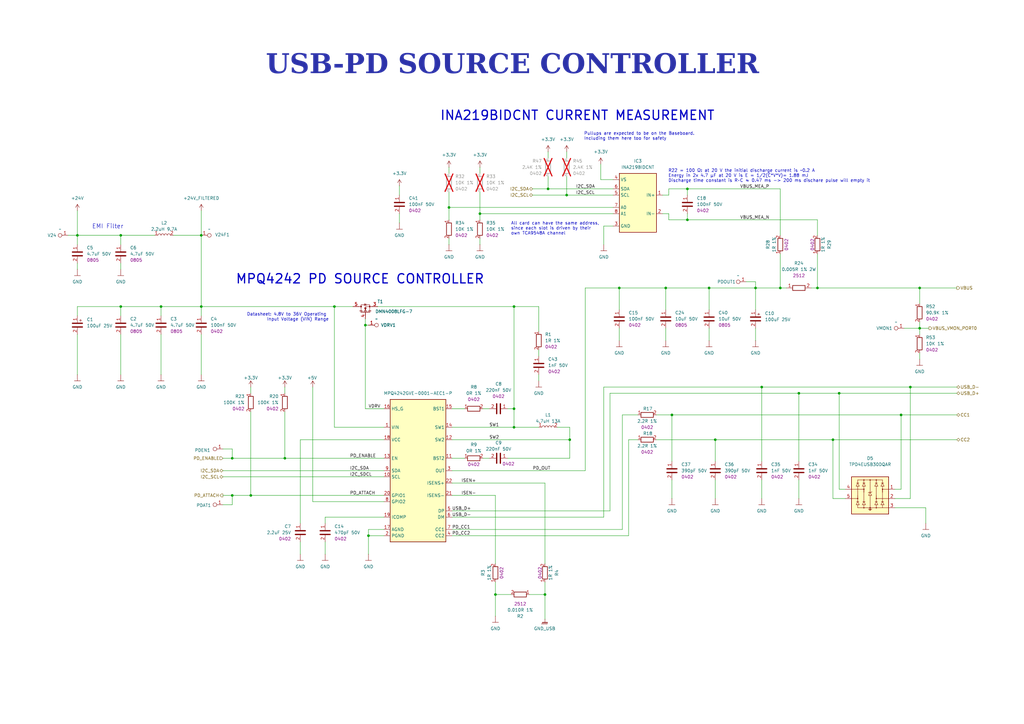
<source format=kicad_sch>
(kicad_sch (version 20250114) (generator "eeschema") (generator_version "9.0")
  (paper "A3")
  (title_block (title "Sheet Title B") (date "2025-01-12") (rev "1.0.0") (company "DvidMakesThings"))
  (text "All card can have the same address,\nsince each slot is driven by their\nown TCA9548A channel" (at 209.55 93.726 0) (effects (font (size 1.27 1.27)) (justify left)))
  (text "R22 = 100 Ω: at 20 V the initial discharge current is ~0.2 A\nEnergy in 2x 4.7 µF at 20 V is E = 1/2(C*V*V)= 1.88 mJ\nDischarge time constant is R·C ≈ 0.47 ms -> 200 ms dischare pulse will empty it" (at 274.066 72.136 0) (effects (font (size 1.27 1.27)) (justify left)))
  (text "EMI Filter" (at 44.196 92.964 0) (effects (font (size 1.778 1.778))))
  (text "Datasheet: 4.8V to 36V Operating \nInput Voltage (VIN) Range" (at 134.874 130.048 0) (effects (font (size 1.27 1.27)) (justify right)))
  (text "MPQ4242 PD SOURCE CONTROLLER" (at 96.52 114.554 0) (effects (font (size 3.81 3.81) (thickness 0.508) (bold yes)) (justify left)))
  (text "INA219BIDCNT CURRENT MEASUREMENT" (at 180.34 47.498 0) (effects (font (size 3.81 3.81) (thickness 0.508) (bold yes)) (justify left)))
  (text "Pullups are expected to be on the Baseboard. \nIncluding them here too for safety" (at 239.522 55.88 0) (effects (font (size 1.27 1.27)) (justify left)))
  (text_box "USB-PD SOURCE CONTROLLER" (at 13.97 20.32 0) (size 392.43 12.7) (margins 5.9999 5.9999 5.9999 5.9999) (stroke (width -0.0001)) (effects (font (size 8 8) (thickness 1.2) (bold yes))))
  (junction (at 82.55 96.52))
  (junction (at 31.75 96.52))
  (junction (at 369.57 170.18))
  (junction (at 327.66 161.29))
  (junction (at 320.04 118.11))
  (junction (at 232.41 80.01))
  (junction (at 377.19 134.62))
  (junction (at 377.19 118.11))
  (junction (at 309.88 118.11))
  (junction (at 233.68 180.34))
  (junction (at 116.84 187.96))
  (junction (at 102.87 203.2))
  (junction (at 210.82 125.73))
  (junction (at 203.2 243.84))
  (junction (at 66.04 125.73))
  (junction (at 341.63 180.34))
  (junction (at 137.16 125.73))
  (junction (at 149.86 133.35))
  (junction (at 275.59 170.18))
  (junction (at 95.25 203.2))
  (junction (at 49.53 125.73))
  (junction (at 254 118.11))
  (junction (at 335.28 118.11))
  (junction (at 293.37 180.34))
  (junction (at 223.52 243.84))
  (junction (at 281.94 77.47))
  (junction (at 49.53 96.52))
  (junction (at 184.15 85.09))
  (junction (at 196.85 87.63))
  (junction (at 281.94 90.17))
  (junction (at 82.55 125.73))
  (junction (at 224.79 77.47))
  (junction (at 373.38 158.75))
  (junction (at 290.83 118.11))
  (junction (at 151.13 219.71))
  (junction (at 210.82 167.64))
  (junction (at 312.42 158.75))
  (junction (at 273.05 118.11))
  (junction (at 95.25 187.96))
  (junction (at 344.17 161.29))
  (junction (at 210.82 175.26))
  (wire (pts (xy 293.37 204.47) (xy 293.37 196.85)))
  (wire (pts (xy 269.24 180.34) (xy 293.37 180.34)))
  (wire (pts (xy 281.94 90.17) (xy 335.28 90.17)))
  (wire (pts (xy 31.75 86.36) (xy 31.75 96.52)))
  (wire (pts (xy 196.85 97.79) (xy 196.85 100.33)))
  (wire (pts (xy 49.53 110.49) (xy 49.53 107.95)))
  (wire (pts (xy 196.85 68.58) (xy 196.85 71.12)))
  (wire (pts (xy 255.27 170.18) (xy 261.62 170.18)))
  (wire (pts (xy 151.13 217.17) (xy 151.13 219.71)))
  (wire (pts (xy 257.81 219.71) (xy 257.81 180.34)))
  (wire (pts (xy 184.15 78.74) (xy 184.15 85.09)))
  (wire (pts (xy 95.25 184.15) (xy 95.25 187.96)))
  (wire (pts (xy 257.81 180.34) (xy 261.62 180.34)))
  (wire (pts (xy 320.04 104.14) (xy 320.04 118.11)))
  (wire (pts (xy 82.55 153.67) (xy 82.55 137.16)))
  (wire (pts (xy 341.63 180.34) (xy 392.43 180.34)))
  (wire (pts (xy 367.03 200.66) (xy 369.57 200.66)))
  (wire (pts (xy 327.66 204.47) (xy 327.66 196.85)))
  (wire (pts (xy 185.42 175.26) (xy 210.82 175.26)))
  (wire (pts (xy 185.42 193.04) (xy 240.03 193.04)))
  (wire (pts (xy 367.03 208.28) (xy 379.73 208.28)))
  (wire (pts (xy 185.42 203.2) (xy 203.2 203.2)))
  (wire (pts (xy 210.82 167.64) (xy 210.82 175.26)))
  (wire (pts (xy 217.17 243.84) (xy 223.52 243.84)))
  (wire (pts (xy 344.17 161.29) (xy 392.43 161.29)))
  (wire (pts (xy 306.07 115.57) (xy 309.88 115.57)))
  (wire (pts (xy 185.42 209.55) (xy 250.19 209.55)))
  (wire (pts (xy 232.41 80.01) (xy 251.46 80.01)))
  (wire (pts (xy 281.94 77.47) (xy 320.04 77.47)))
  (wire (pts (xy 269.24 170.18) (xy 275.59 170.18)))
  (wire (pts (xy 82.55 96.52) (xy 82.55 125.73)))
  (wire (pts (xy 377.19 144.78) (xy 377.19 147.32)))
  (wire (pts (xy 275.59 170.18) (xy 369.57 170.18)))
  (wire (pts (xy 377.19 132.08) (xy 377.19 134.62)))
  (wire (pts (xy 247.65 92.71) (xy 247.65 100.33)))
  (wire (pts (xy 31.75 125.73) (xy 31.75 129.54)))
  (wire (pts (xy 49.53 125.73) (xy 31.75 125.73)))
  (wire (pts (xy 95.25 203.2) (xy 102.87 203.2)))
  (wire (pts (xy 210.82 125.73) (xy 210.82 167.64)))
  (wire (pts (xy 335.28 90.17) (xy 335.28 96.52)))
  (wire (pts (xy 66.04 125.73) (xy 49.53 125.73)))
  (wire (pts (xy 232.41 62.23) (xy 232.41 64.77)))
  (wire (pts (xy 369.57 170.18) (xy 369.57 200.66)))
  (wire (pts (xy 367.03 204.47) (xy 373.38 204.47)))
  (wire (pts (xy 31.75 110.49) (xy 31.75 107.95)))
  (wire (pts (xy 31.75 96.52) (xy 31.75 100.33)))
  (wire (pts (xy 271.78 80.01) (xy 274.32 80.01)))
  (wire (pts (xy 290.83 139.7) (xy 290.83 134.62)))
  (wire (pts (xy 327.66 161.29) (xy 344.17 161.29)))
  (wire (pts (xy 91.44 193.04) (xy 157.48 193.04)))
  (wire (pts (xy 184.15 85.09) (xy 251.46 85.09)))
  (wire (pts (xy 223.52 198.12) (xy 223.52 231.14)))
  (wire (pts (xy 373.38 158.75) (xy 392.43 158.75)))
  (wire (pts (xy 233.68 187.96) (xy 233.68 180.34)))
  (wire (pts (xy 377.19 118.11) (xy 377.19 124.46)))
  (wire (pts (xy 91.44 195.58) (xy 157.48 195.58)))
  (wire (pts (xy 49.53 125.73) (xy 49.53 129.54)))
  (wire (pts (xy 128.27 158.75) (xy 128.27 205.74)))
  (wire (pts (xy 102.87 158.75) (xy 102.87 161.29)))
  (wire (pts (xy 133.35 227.33) (xy 133.35 222.25)))
  (wire (pts (xy 341.63 180.34) (xy 341.63 204.47)))
  (wire (pts (xy 290.83 118.11) (xy 309.88 118.11)))
  (wire (pts (xy 273.05 118.11) (xy 273.05 127)))
  (wire (pts (xy 320.04 118.11) (xy 322.58 118.11)))
  (wire (pts (xy 275.59 204.47) (xy 275.59 196.85)))
  (wire (pts (xy 185.42 167.64) (xy 190.5 167.64)))
  (wire (pts (xy 218.44 80.01) (xy 232.41 80.01)))
  (wire (pts (xy 149.86 167.64) (xy 157.48 167.64)))
  (wire (pts (xy 149.86 133.35) (xy 149.86 167.64)))
  (wire (pts (xy 185.42 180.34) (xy 233.68 180.34)))
  (wire (pts (xy 128.27 205.74) (xy 157.48 205.74)))
  (wire (pts (xy 224.79 77.47) (xy 251.46 77.47)))
  (wire (pts (xy 185.42 198.12) (xy 223.52 198.12)))
  (wire (pts (xy 250.19 209.55) (xy 250.19 161.29)))
  (wire (pts (xy 157.48 175.26) (xy 137.16 175.26)))
  (wire (pts (xy 49.53 153.67) (xy 49.53 137.16)))
  (wire (pts (xy 271.78 87.63) (xy 274.32 87.63)))
  (wire (pts (xy 82.55 125.73) (xy 137.16 125.73)))
  (wire (pts (xy 163.83 76.2) (xy 163.83 80.01)))
  (wire (pts (xy 309.88 139.7) (xy 309.88 134.62)))
  (wire (pts (xy 157.48 180.34) (xy 123.19 180.34)))
  (wire (pts (xy 123.19 227.33) (xy 123.19 222.25)))
  (wire (pts (xy 247.65 212.09) (xy 247.65 158.75)))
  (wire (pts (xy 255.27 217.17) (xy 255.27 170.18)))
  (wire (pts (xy 49.53 96.52) (xy 63.5 96.52)))
  (wire (pts (xy 123.19 180.34) (xy 123.19 214.63)))
  (wire (pts (xy 91.44 184.15) (xy 95.25 184.15)))
  (wire (pts (xy 320.04 77.47) (xy 320.04 96.52)))
  (wire (pts (xy 312.42 158.75) (xy 373.38 158.75)))
  (wire (pts (xy 377.19 134.62) (xy 377.19 137.16)))
  (wire (pts (xy 335.28 104.14) (xy 335.28 118.11)))
  (wire (pts (xy 190.5 187.96) (xy 185.42 187.96)))
  (wire (pts (xy 293.37 180.34) (xy 341.63 180.34)))
  (wire (pts (xy 95.25 207.01) (xy 95.25 203.2)))
  (wire (pts (xy 151.13 217.17) (xy 157.48 217.17)))
  (wire (pts (xy 281.94 77.47) (xy 281.94 80.01)))
  (wire (pts (xy 49.53 96.52) (xy 31.75 96.52)))
  (wire (pts (xy 66.04 125.73) (xy 66.04 129.54)))
  (wire (pts (xy 377.19 134.62) (xy 370.84 134.62)))
  (wire (pts (xy 218.44 77.47) (xy 224.79 77.47)))
  (wire (pts (xy 208.28 187.96) (xy 233.68 187.96)))
  (wire (pts (xy 290.83 118.11) (xy 290.83 127)))
  (wire (pts (xy 251.46 73.66) (xy 246.38 73.66)))
  (wire (pts (xy 66.04 153.67) (xy 66.04 137.16)))
  (wire (pts (xy 82.55 125.73) (xy 66.04 125.73)))
  (wire (pts (xy 137.16 125.73) (xy 144.78 125.73)))
  (wire (pts (xy 224.79 62.23) (xy 224.79 64.77)))
  (wire (pts (xy 157.48 212.09) (xy 133.35 212.09)))
  (wire (pts (xy 185.42 212.09) (xy 247.65 212.09)))
  (wire (pts (xy 198.12 167.64) (xy 200.66 167.64)))
  (wire (pts (xy 246.38 67.31) (xy 246.38 73.66)))
  (wire (pts (xy 369.57 170.18) (xy 392.43 170.18)))
  (wire (pts (xy 377.19 118.11) (xy 392.43 118.11)))
  (wire (pts (xy 251.46 92.71) (xy 247.65 92.71)))
  (wire (pts (xy 274.32 90.17) (xy 281.94 90.17)))
  (wire (pts (xy 151.13 219.71) (xy 157.48 219.71)))
  (wire (pts (xy 344.17 200.66) (xy 346.71 200.66)))
  (wire (pts (xy 209.55 243.84) (xy 203.2 243.84)))
  (wire (pts (xy 185.42 217.17) (xy 255.27 217.17)))
  (wire (pts (xy 275.59 170.18) (xy 275.59 189.23)))
  (wire (pts (xy 196.85 87.63) (xy 196.85 90.17)))
  (wire (pts (xy 82.55 125.73) (xy 82.55 129.54)))
  (wire (pts (xy 254 118.11) (xy 254 127)))
  (wire (pts (xy 203.2 243.84) (xy 203.2 252.73)))
  (wire (pts (xy 293.37 180.34) (xy 293.37 189.23)))
  (wire (pts (xy 377.19 134.62) (xy 381 134.62)))
  (wire (pts (xy 116.84 168.91) (xy 116.84 187.96)))
  (wire (pts (xy 203.2 238.76) (xy 203.2 243.84)))
  (wire (pts (xy 247.65 158.75) (xy 312.42 158.75)))
  (wire (pts (xy 335.28 118.11) (xy 377.19 118.11)))
  (wire (pts (xy 102.87 168.91) (xy 102.87 203.2)))
  (wire (pts (xy 31.75 153.67) (xy 31.75 137.16)))
  (wire (pts (xy 309.88 118.11) (xy 320.04 118.11)))
  (wire (pts (xy 254 139.7) (xy 254 134.62)))
  (wire (pts (xy 224.79 72.39) (xy 224.79 77.47)))
  (wire (pts (xy 240.03 118.11) (xy 240.03 193.04)))
  (wire (pts (xy 184.15 85.09) (xy 184.15 90.17)))
  (wire (pts (xy 116.84 158.75) (xy 116.84 161.29)))
  (wire (pts (xy 49.53 100.33) (xy 49.53 96.52)))
  (wire (pts (xy 240.03 118.11) (xy 254 118.11)))
  (wire (pts (xy 184.15 68.58) (xy 184.15 71.12)))
  (wire (pts (xy 274.32 80.01) (xy 274.32 77.47)))
  (wire (pts (xy 91.44 207.01) (xy 95.25 207.01)))
  (wire (pts (xy 309.88 118.11) (xy 309.88 127)))
  (wire (pts (xy 196.85 87.63) (xy 251.46 87.63)))
  (wire (pts (xy 27.94 96.52) (xy 31.75 96.52)))
  (wire (pts (xy 203.2 203.2) (xy 203.2 231.14)))
  (wire (pts (xy 327.66 161.29) (xy 327.66 189.23)))
  (wire (pts (xy 309.88 115.57) (xy 309.88 118.11)))
  (wire (pts (xy 163.83 91.44) (xy 163.83 87.63)))
  (wire (pts (xy 220.98 135.89) (xy 220.98 125.73)))
  (wire (pts (xy 273.05 139.7) (xy 273.05 134.62)))
  (wire (pts (xy 373.38 158.75) (xy 373.38 204.47)))
  (wire (pts (xy 341.63 204.47) (xy 346.71 204.47)))
  (wire (pts (xy 281.94 87.63) (xy 281.94 90.17)))
  (wire (pts (xy 273.05 118.11) (xy 290.83 118.11)))
  (wire (pts (xy 82.55 86.36) (xy 82.55 96.52)))
  (wire (pts (xy 274.32 87.63) (xy 274.32 90.17)))
  (wire (pts (xy 151.13 133.35) (xy 149.86 133.35)))
  (wire (pts (xy 254 118.11) (xy 273.05 118.11)))
  (wire (pts (xy 335.28 118.11) (xy 332.74 118.11)))
  (wire (pts (xy 116.84 187.96) (xy 157.48 187.96)))
  (wire (pts (xy 223.52 243.84) (xy 223.52 254)))
  (wire (pts (xy 274.32 77.47) (xy 281.94 77.47)))
  (wire (pts (xy 184.15 97.79) (xy 184.15 100.33)))
  (wire (pts (xy 379.73 208.28) (xy 379.73 214.63)))
  (wire (pts (xy 312.42 189.23) (xy 312.42 158.75)))
  (wire (pts (xy 200.66 187.96) (xy 198.12 187.96)))
  (wire (pts (xy 208.28 167.64) (xy 210.82 167.64)))
  (wire (pts (xy 91.44 187.96) (xy 95.25 187.96)))
  (wire (pts (xy 151.13 219.71) (xy 151.13 227.33)))
  (wire (pts (xy 220.98 125.73) (xy 210.82 125.73)))
  (wire (pts (xy 210.82 175.26) (xy 220.98 175.26)))
  (wire (pts (xy 250.19 161.29) (xy 327.66 161.29)))
  (wire (pts (xy 220.98 143.51) (xy 220.98 146.05)))
  (wire (pts (xy 232.41 72.39) (xy 232.41 80.01)))
  (wire (pts (xy 133.35 212.09) (xy 133.35 214.63)))
  (wire (pts (xy 71.12 96.52) (xy 82.55 96.52)))
  (wire (pts (xy 137.16 175.26) (xy 137.16 125.73)))
  (wire (pts (xy 220.98 156.21) (xy 220.98 153.67)))
  (wire (pts (xy 344.17 161.29) (xy 344.17 200.66)))
  (wire (pts (xy 196.85 78.74) (xy 196.85 87.63)))
  (wire (pts (xy 91.44 203.2) (xy 95.25 203.2)))
  (wire (pts (xy 233.68 180.34) (xy 233.68 175.26)))
  (wire (pts (xy 149.86 130.81) (xy 149.86 133.35)))
  (wire (pts (xy 154.94 125.73) (xy 210.82 125.73)))
  (wire (pts (xy 312.42 204.47) (xy 312.42 196.85)))
  (wire (pts (xy 95.25 187.96) (xy 116.84 187.96)))
  (wire (pts (xy 233.68 175.26) (xy 228.6 175.26)))
  (wire (pts (xy 102.87 203.2) (xy 157.48 203.2)))
  (wire (pts (xy 185.42 219.71) (xy 257.81 219.71)))
  (wire (pts (xy 223.52 238.76) (xy 223.52 243.84)))
  (label "USB_D+" (at 185.42 209.55 0))
  (label "USB_D-" (at 185.42 212.09 0))
  (label "PD_OUT" (at 218.44 193.04 0))
  (label "I2C_SDA" (at 143.51 193.04 0))
  (label "I2C_SCL" (at 236.22 80.01 0))
  (label "I2C_SDA" (at 236.22 77.47 0))
  (label "VDRV" (at 151.13 167.64 0))
  (label "VBUS_MEA_P" (at 303.53 77.47 0))
  (label "SW1" (at 200.66 175.26 0))
  (label "PD_CC2" (at 185.42 219.71 0))
  (label "I2C_SDCL" (at 143.51 195.58 0))
  (label "VBUS_MEA_N" (at 303.53 90.17 0))
  (label "ISEN+" (at 189.23 198.12 0))
  (label "PD_ATTACH" (at 143.51 203.2 0))
  (label "PD_CC1" (at 185.42 217.17 0))
  (label "PD_ENABLE" (at 143.51 187.96 0))
  (label "SW2" (at 200.66 180.34 0))
  (label "ISEN-" (at 189.23 203.2 0))
  (hierarchical_label "USB_D+" (shape bidirectional) (at 392.43 161.29 0))
  (hierarchical_label "I2C_SDA" (shape bidirectional) (at 218.44 77.47 180))
  (hierarchical_label "CC2" (shape bidirectional) (at 392.43 180.34 0))
  (hierarchical_label "PD_ENABLE" (shape input) (at 91.44 187.96 180))
  (hierarchical_label "USB_D-" (shape bidirectional) (at 392.43 158.75 0))
  (hierarchical_label "VBUS_VMON_PORT0" (shape output) (at 381 134.62 0))
  (hierarchical_label "I2C_SCL" (shape bidirectional) (at 218.44 80.01 180))
  (hierarchical_label "CC1" (shape bidirectional) (at 392.43 170.18 0))
  (hierarchical_label "I2C_SDA" (shape bidirectional) (at 91.44 193.04 180))
  (hierarchical_label "I2C_SCL" (shape bidirectional) (at 91.44 195.58 180))
  (hierarchical_label "VBUS" (shape output) (at 392.43 118.11 0))
  (hierarchical_label "PD_ATTACH" (shape output) (at 91.44 203.2 180))
  (symbol (lib_id "DS_Supply:GND") (at 312.42 204.47 0) (unit 1)
    (property "Reference" "#PWR033" (effects (hide yes)))
    (property "Value" "GND" (at 312.42 209.55 0))
    (property "Description" "Power symbol creates a global label with name \"GND\" , ground" (effects (hide yes)))
  )
  (symbol (lib_id "DS_Supply:GND") (at 133.35 227.33 0) (unit 1)
    (property "Reference" "#PWR01" (effects (hide yes)))
    (property "Value" "GND" (at 133.35 232.41 0))
    (property "Description" "Power symbol creates a global label with name \"GND\" , ground" (effects (hide yes)))
  )
  (symbol (lib_id "DS_Test:Test_Point") (at 90.17 207.01 90) (unit 1)
    (property "Reference" "PDAT1" (at 83.566 207.264 90))
    (property "Footprint" "DS_Test:TestPoint_0.6mm" (effects (hide yes)))
  )
  (symbol (lib_id "power:+3.3V") (at 184.15 68.58 0) (unit 1)
    (property "Reference" "#PWR45" (effects (hide yes)))
    (property "Value" "+3.3V" (at 184.15 63.5 0))
    (property "Description" "Power symbol creates a global label with name \"+3.3V\"" (effects (hide yes)))
  )
  (symbol (lib_id "DS_Supply:GND") (at 151.13 227.33 0) (unit 1)
    (property "Reference" "#PWR029" (effects (hide yes)))
    (property "Value" "GND" (at 151.13 232.41 0))
    (property "Description" "Power symbol creates a global label with name \"GND\" , ground" (effects (hide yes)))
  )
  (symbol (lib_id "DS_Supply:GND") (at 247.65 100.33 0) (unit 1)
    (property "Reference" "#PWR43" (effects (hide yes)))
    (property "Value" "GND" (at 247.65 105.41 0))
    (property "Description" "Power symbol creates a global label with name \"GND\" , ground" (effects (hide yes)))
  )
  (symbol (lib_id "DS_Resistor_2512:0.005R 1% 2515") (at 327.66 118.11 90) (mirror x) (unit 1)
    (property "Reference" "R24" (at 327.66 107.95 90))
    (property "Value" "0.005R 1% 2W" (at 327.66 110.49 90))
    (property "Footprint" "DS_Resistor:R_2512_6332Metric" (effects (hide yes)))
    (property "Datasheet" "https://jlcpcb.com/api/file/downloadByFileSystemAccessId/8588898866486267904" (effects (hide yes)))
    (property "Description" "-55°C~+170°C 2W 5mΩ ±1% ±25ppm/°C 2512 Chip Resistor - Surface Mount ROHS" (effects (hide yes)))
    (property "LCSC_PART" "C108931" (effects (hide yes)))
    (property "ROHS" "YES" (effects (hide yes)))
    (property "FOOTPRINT_SHORT" "2512" (at 327.66 113.03 90))
    (property "MFR" "RALEC" (effects (hide yes)))
    (property "MPN" "LR2512-22R005F4" (effects (hide yes)))
  )
  (symbol (lib_id "power:+5V") (at 128.27 158.75 0) (unit 1)
    (property "Reference" "#PWR015" (effects (hide yes)))
    (property "Value" "+5V" (at 128.016 154.94 0))
    (property "Description" "Power symbol creates a global label with name \"+5V\"" (effects (hide yes)))
  )
  (symbol (lib_id "DS_Supply:GND") (at 275.59 204.47 0) (unit 1)
    (property "Reference" "#PWR035" (effects (hide yes)))
    (property "Value" "GND" (at 275.59 209.55 0))
    (property "Description" "Power symbol creates a global label with name \"GND\" , ground" (effects (hide yes)))
  )
  (symbol (lib_id "DS_Resistor_0402:2.4K 1% 0402") (at 224.79 68.58 0) (mirror y) (unit 1) (in_bom no) (dnp yes)
    (property "Reference" "R47" (at 222.25 66.0399 0) (effects (justify left)))
    (property "Value" "2.4K 1%" (at 222.25 68.5799 0) (effects (justify left)))
    (property "Footprint" "DS_Resistor:R_0402_1005Metric" (effects (hide yes)))
    (property "Description" "62.5mW Thick Film Resistors 50V ±100ppm/℃ ±1% 2.4kΩ 0402 Chip Resistor - Surface Mount ROHS" (effects (hide yes)))
    (property "LCSC_PART" "C25882" (effects (hide yes)))
    (property "ROHS" "YES" (effects (hide yes)))
    (property "FOOTPRINT_SHORT" "0402" (at 222.25 71.1199 0) (effects (justify left)))
    (property "MFR" "LIZ" (effects (hide yes)))
  )
  (symbol (lib_id "DS_Capacitor_0402:1nF 50V 0402") (at 220.98 149.86 0) (unit 1)
    (property "Reference" "C43" (at 224.79 147.3199 0) (effects (justify left)))
    (property "Value" "1nF 50V" (at 224.79 149.8599 0) (effects (justify left)))
    (property "Footprint" "DS_Capacitor:C_0402_1005Metric" (effects (hide yes)))
    (property "Description" "50V 1nF X7R ±10% 0402 Multilayer Ceramic Capacitors MLCC - SMD/SMT ROHS" (effects (hide yes)))
    (property "FOOTPRINT_SHORT" "0402" (at 224.79 152.3999 0) (effects (justify left)))
    (property "ROHS" "YES" (effects (hide yes)))
    (property "LCSC_PART" "C14442" (effects (hide yes)))
  )
  (symbol (lib_id "DS_Test:Test_Point") (at 90.17 184.15 90) (unit 1)
    (property "Reference" "PDEN1" (at 83.058 184.658 90))
    (property "Footprint" "DS_Test:TestPoint_0.6mm" (effects (hide yes)))
  )
  (symbol (lib_id "DS_Resistor_0402:2.4K 1% 0402") (at 232.41 68.58 0) (unit 1) (in_bom no) (dnp yes)
    (property "Reference" "R45" (at 234.95 66.0399 0) (effects (justify left)))
    (property "Value" "2.4K 1%" (at 234.95 68.5799 0) (effects (justify left)))
    (property "Footprint" "DS_Resistor:R_0402_1005Metric" (effects (hide yes)))
    (property "Description" "62.5mW Thick Film Resistors 50V ±100ppm/℃ ±1% 2.4kΩ 0402 Chip Resistor - Surface Mount ROHS" (effects (hide yes)))
    (property "LCSC_PART" "C25882" (effects (hide yes)))
    (property "ROHS" "YES" (effects (hide yes)))
    (property "FOOTPRINT_SHORT" "0402" (at 234.95 71.1199 0) (effects (justify left)))
    (property "MFR" "LIZ" (effects (hide yes)))
  )
  (symbol (lib_id "DS_Test:Test_Point") (at 152.4 133.35 270) (mirror x) (unit 1)
    (property "Reference" "VDRV1" (at 159.258 133.35 90))
    (property "Value" "~" (at 154.432 130.81 90))
    (property "Footprint" "DS_Test:TestPoint_0.6mm" (effects (hide yes)))
  )
  (symbol (lib_id "DS_FET:DMN4008LFG-7") (at 149.86 125.73 90) (unit 1)
    (property "Reference" "T1" (at 155.956 123.698 90))
    (property "Value" "DMN4008LFG-7" (at 161.544 127.762 90))
    (property "Footprint" "DS_FET:Diodes_PowerDI3333-8" (effects (hide yes)))
    (property "Datasheet" "https://www.diodes.com/assets/Datasheets/DMN4008LFG.pdf" (effects (hide yes)))
    (property "Description" "N-Channel 40 V 14.4A (Ta) 1W (Ta) Surface Mount POWERDI3333-8" (effects (hide yes)))
    (property "LCSC_PART" "C6601822" (effects (hide yes)))
    (property "ROHS" "YES" (effects (hide yes)))
    (property "MPN" "DMN4008LFG-7" (effects (hide yes)))
    (property "MFR" "Diodes Incorporated" (effects (hide yes)))
    (property "DIST1" "https://www.digikey.at/en/products/detail/diodes-incorporated/DMN4008LFG-7/4948450" (effects (hide yes)))
  )
  (symbol (lib_id "DS_Capacitor_0402:220nF 50V 0402") (at 204.47 167.64 270) (unit 1)
    (property "Reference" "C8" (at 204.47 157.48 90))
    (property "Value" "220nF 50V" (at 204.47 160.02 90))
    (property "Footprint" "DS_Capacitor:C_0402_1005Metric" (effects (hide yes)))
    (property "Description" "50V 220nF X5R ±10% 0402 Multilayer Ceramic Capacitors MLCC - SMD/SMT ROHS" (effects (hide yes)))
    (property "FOOTPRINT_SHORT" "0402" (at 204.47 162.56 90))
    (property "ROHS" "YES" (effects (hide yes)))
    (property "LCSC_PART" "C5159775" (effects (hide yes)))
  )
  (symbol (lib_id "DS_Capacitor_0402:220nF 50V 0402") (at 204.47 187.96 270) (unit 1)
    (property "Reference" "C9" (at 204.47 181.61 90))
    (property "Value" "220nF 50V" (at 204.47 184.15 90))
    (property "Footprint" "DS_Capacitor:C_0402_1005Metric" (effects (hide yes)))
    (property "Description" "50V 220nF X5R ±10% 0402 Multilayer Ceramic Capacitors MLCC - SMD/SMT ROHS" (effects (hide yes)))
    (property "FOOTPRINT_SHORT" "0402" (at 208.534 190.246 90))
    (property "ROHS" "YES" (effects (hide yes)))
    (property "LCSC_PART" "C5159775" (effects (hide yes)))
  )
  (symbol (lib_id "DS_Resistor_2512:0.010R 1% 2512") (at 213.36 243.84 270) (unit 1)
    (property "Reference" "R2" (at 213.36 252.73 90))
    (property "Value" "0.010R 1%" (at 213.36 250.19 90))
    (property "Footprint" "DS_Resistor:R_2512_6332Metric" (effects (hide yes)))
    (property "Description" "-55℃~+155℃ 10mΩ 1W 200V Thick Film Resistor ±1% ±1500ppm/℃ 2512 Chip Resistor - Surface Mount ROHS" (effects (hide yes)))
    (property "LCSC_PART" "C127692" (effects (hide yes)))
    (property "ROHS" "YES" (effects (hide yes)))
    (property "FOOTPRINT_SHORT" "2512" (at 213.36 247.65 90))
    (property "MFR" " UNI-ROYAL" (effects (hide yes)))
  )
  (symbol (lib_id "DS_Capacitor_0805:4.7uF 50V 0805") (at 31.75 104.14 0) (unit 1)
    (property "Reference" "C5" (at 35.56 101.5999 0) (effects (justify left)))
    (property "Value" "4.7uF 50V" (at 35.56 104.1399 0) (effects (justify left)))
    (property "Footprint" "DS_Capacitor:C_0805_2012Metric" (effects (hide yes)))
    (property "Datasheet" "https://jlcpcb.com/api/file/downloadByFileSystemAccessId/8586178946207789056" (effects (hide yes)))
    (property "Description" "4.7uF 50V X5R ±10% 0805 Multilayer Ceramic Capacitors MLCC - SMD/SMT ROHS" (effects (hide yes)))
    (property "FOOTPRINT_SHORT" "0805" (at 35.56 106.6799 0) (effects (justify left)))
    (property "ROHS" "YES" (effects (hide yes)))
    (property "LCSC_PART" "C98192" (effects (hide yes)))
    (property "MFR" "Samsung Electro-Mechanics" (effects (hide yes)))
    (property "MPN" "CL21A475KBQNNNE" (effects (hide yes)))
  )
  (symbol (lib_id "DS_Supply:GND") (at 220.98 156.21 0) (unit 1)
    (property "Reference" "#PWR07" (effects (hide yes)))
    (property "Value" "GND" (at 220.98 161.29 0))
    (property "Description" "Power symbol creates a global label with name \"GND\" , ground" (effects (hide yes)))
  )
  (symbol (lib_id "DS_Capacitor_0402:1nF 50V 0402") (at 312.42 193.04 0) (unit 1)
    (property "Reference" "C35" (at 316.23 190.4999 0) (effects (justify left)))
    (property "Value" "1nF 50V" (at 316.23 193.0399 0) (effects (justify left)))
    (property "Footprint" "DS_Capacitor:C_0402_1005Metric" (effects (hide yes)))
    (property "Description" "50V 1nF X7R ±10% 0402 Multilayer Ceramic Capacitors MLCC - SMD/SMT ROHS" (effects (hide yes)))
    (property "FOOTPRINT_SHORT" "0402" (at 316.23 195.5799 0) (effects (justify left)))
    (property "ROHS" "YES" (effects (hide yes)))
    (property "LCSC_PART" "C14442" (effects (hide yes)))
  )
  (symbol (lib_id "DS_Resistor_0402:0R 1% 0402") (at 194.31 167.64 90) (mirror x) (unit 1)
    (property "Reference" "R8" (at 194.31 158.75 90))
    (property "Value" "0R 1%" (at 194.31 161.29 90))
    (property "Footprint" "DS_Resistor:R_0402_1005Metric" (effects (hide yes)))
    (property "Description" "62.5mW Thick Film Resistors 50V ±800ppm/℃ ±1% 0Ω 0402 Chip Resistor - Surface Mount ROHS" (effects (hide yes)))
    (property "LCSC_PART" "C17168" (effects (hide yes)))
    (property "ROHS" "YES" (effects (hide yes)))
    (property "FOOTPRINT_SHORT" "0402" (at 194.31 163.83 90))
    (property "MFR" "YAGEO" (effects (hide yes)))
  )
  (symbol (lib_id "DS_Resistor_0402:1R 1% 0402") (at 220.98 139.7 0) (unit 1)
    (property "Reference" "R1" (at 223.52 137.1599 0) (effects (justify left)))
    (property "Value" "1R 1%" (at 223.52 139.6999 0) (effects (justify left)))
    (property "Footprint" "DS_Resistor:R_0402_1005Metric" (effects (hide yes)))
    (property "Datasheet" "https://jlcpcb.com/api/file/downloadByFileSystemAccessId/8588903265874956288" (effects (hide yes)))
    (property "Description" "Chip Resistors 0402 1Ω ±1% 1/16W ±200ppm/℃" (effects (hide yes)))
    (property "LCSC_PART" "C185446" (effects (hide yes)))
    (property "ROHS" "YES" (effects (hide yes)))
    (property "FOOTPRINT_SHORT" "0402" (at 223.52 142.2399 0) (effects (justify left)))
    (property "MFR" "RALEC" (effects (hide yes)))
    (property "MPN" "RC0402FR-071RL" (effects (hide yes)))
  )
  (symbol (lib_id "DS_Resistor_0402:2.2R 1% 0402") (at 265.43 170.18 90) (unit 1)
    (property "Reference" "R17" (at 265.684 167.64 90))
    (property "Value" "2.2R 1%" (at 265.43 172.72 90))
    (property "Footprint" "DS_Resistor:R_0402_1005Metric" (effects (hide yes)))
    (property "Description" "-55℃~+155℃ 2.2Ω 50V 62.5mW Thick Film Resistor ±1% ±200ppm/℃ 0402 Chip Resistor - Surface Mount ROHS" (effects (hide yes)))
    (property "LCSC_PART" "C25101" (effects (hide yes)))
    (property "ROHS" "YES" (effects (hide yes)))
    (property "FOOTPRINT_SHORT" "0402" (at 265.43 175.26 90))
    (property "MFR" " UNI-ROYAL" (effects (hide yes)))
  )
  (symbol (lib_id "DS_Supply:GND") (at 379.73 214.63 0) (unit 1)
    (property "Reference" "#PWR032" (effects (hide yes)))
    (property "Value" "GND" (at 379.73 219.71 0))
    (property "Description" "Power symbol creates a global label with name \"GND\" , ground" (effects (hide yes)))
  )
  (symbol (lib_id "DS_Test:Test_Point") (at 304.8 115.57 90) (unit 1)
    (property "Reference" "PDOUT1" (at 297.942 115.57 90))
    (property "Value" "~" (at 302.768 113.03 90))
    (property "Footprint" "DS_Test:TestPoint_0.6mm" (effects (hide yes)))
  )
  (symbol (lib_id "DS_Resistor_0402:1R 1% 0402") (at 203.2 234.95 180) (unit 1)
    (property "Reference" "R3" (at 198.12 234.95 90))
    (property "Value" "1R 1%" (at 200.66 234.95 90))
    (property "Footprint" "DS_Resistor:R_0402_1005Metric" (effects (hide yes)))
    (property "Datasheet" "https://jlcpcb.com/api/file/downloadByFileSystemAccessId/8588903265874956288" (effects (hide yes)))
    (property "Description" "Chip Resistors 0402 1Ω ±1% 1/16W ±200ppm/℃" (effects (hide yes)))
    (property "LCSC_PART" "C185446" (effects (hide yes)))
    (property "ROHS" "YES" (effects (hide yes)))
    (property "FOOTPRINT_SHORT" "0402" (at 205.74 234.95 90))
    (property "MFR" "RALEC" (effects (hide yes)))
    (property "MPN" "RC0402FR-071RL" (effects (hide yes)))
  )
  (symbol (lib_id "DS_Resistor_0402:0R 1% 0402") (at 194.31 187.96 90) (unit 1)
    (property "Reference" "R9" (at 194.31 182.372 90))
    (property "Value" "0R 1%" (at 194.31 184.912 90))
    (property "Footprint" "DS_Resistor:R_0402_1005Metric" (effects (hide yes)))
    (property "Description" "62.5mW Thick Film Resistors 50V ±800ppm/℃ ±1% 0Ω 0402 Chip Resistor - Surface Mount ROHS" (effects (hide yes)))
    (property "LCSC_PART" "C17168" (effects (hide yes)))
    (property "ROHS" "YES" (effects (hide yes)))
    (property "FOOTPRINT_SHORT" "0402" (at 194.31 190.5 90))
    (property "MFR" "YAGEO" (effects (hide yes)))
  )
  (symbol (lib_id "DS_Supply:GND") (at 293.37 204.47 0) (unit 1)
    (property "Reference" "#PWR036" (effects (hide yes)))
    (property "Value" "GND" (at 293.37 209.55 0))
    (property "Description" "Power symbol creates a global label with name \"GND\" , ground" (effects (hide yes)))
  )
  (symbol (lib_id "DS_Test:Test_Point") (at 83.82 96.52 270) (mirror x) (unit 1)
    (property "Reference" "V24F1" (at 91.186 96.266 90))
    (property "Value" "~" (at 85.852 93.98 90))
    (property "Footprint" "DS_Test:TestPoint_0.6mm" (effects (hide yes)))
  )
  (symbol (lib_id "DS_Supply:GND") (at 163.83 91.44 0) (unit 1)
    (property "Reference" "#PWR090" (effects (hide yes)))
    (property "Value" "GND" (at 163.83 96.52 0))
    (property "Description" "Power symbol creates a global label with name \"GND\" , ground" (effects (hide yes)))
  )
  (symbol (lib_id "DS_Supply:GND") (at 49.53 153.67 0) (unit 1)
    (property "Reference" "#PWR010" (effects (hide yes)))
    (property "Value" "GND" (at 49.53 158.75 0))
    (property "Description" "Power symbol creates a global label with name \"GND\" , ground" (effects (hide yes)))
  )
  (symbol (lib_id "power:+3.3V") (at 196.85 68.58 0) (unit 1)
    (property "Reference" "#PWR44" (effects (hide yes)))
    (property "Value" "+3.3V" (at 196.85 63.5 0))
    (property "Description" "Power symbol creates a global label with name \"+3.3V\"" (effects (hide yes)))
  )
  (symbol (lib_id "DS_Supply:GND") (at 66.04 153.67 0) (unit 1)
    (property "Reference" "#PWR09" (effects (hide yes)))
    (property "Value" "GND" (at 66.04 158.75 0))
    (property "Description" "Power symbol creates a global label with name \"GND\" , ground" (effects (hide yes)))
  )
  (symbol (lib_id "DS_Supply:GND") (at 254 139.7 0) (unit 1)
    (property "Reference" "#PWR03" (effects (hide yes)))
    (property "Value" "GND" (at 254 144.78 0))
    (property "Description" "Power symbol creates a global label with name \"GND\" , ground" (effects (hide yes)))
  )
  (symbol (lib_id "power:+24V") (at 82.55 86.36 0) (unit 1)
    (property "Reference" "#PWR030" (effects (hide yes)))
    (property "Value" "+24V_FILTERED" (at 82.55 81.28 0))
    (property "Description" "Power symbol creates a global label with name \"+24V\"" (effects (hide yes)))
  )
  (symbol (lib_id "DS_Capacitor_0805:4.7uF 50V 0805") (at 49.53 104.14 0) (unit 1)
    (property "Reference" "C6" (at 53.34 101.5999 0) (effects (justify left)))
    (property "Value" "4.7uF 50V" (at 53.34 104.1399 0) (effects (justify left)))
    (property "Footprint" "DS_Capacitor:C_0805_2012Metric" (effects (hide yes)))
    (property "Datasheet" "https://jlcpcb.com/api/file/downloadByFileSystemAccessId/8586178946207789056" (effects (hide yes)))
    (property "Description" "4.7uF 50V X5R ±10% 0805 Multilayer Ceramic Capacitors MLCC - SMD/SMT ROHS" (effects (hide yes)))
    (property "FOOTPRINT_SHORT" "0805" (at 53.34 106.6799 0) (effects (justify left)))
    (property "ROHS" "YES" (effects (hide yes)))
    (property "LCSC_PART" "C98192" (effects (hide yes)))
    (property "MFR" "Samsung Electro-Mechanics" (effects (hide yes)))
    (property "MPN" "CL21A475KBQNNNE" (effects (hide yes)))
  )
  (symbol (lib_id "DS_Resistor_0402:10K 1% 0402") (at 196.85 93.98 0) (unit 1)
    (property "Reference" "R35" (at 199.39 91.4399 0) (effects (justify left)))
    (property "Value" "10K 1%" (at 199.39 93.9799 0) (effects (justify left)))
    (property "Footprint" "DS_Resistor:R_0402_1005Metric" (effects (hide yes)))
    (property "Description" "62.5mW Thick Film Resistors 50V ±100ppm/℃ ±1% 10kΩ 0402 Chip Resistor - Surface Mount ROHS" (effects (hide yes)))
    (property "LCSC_PART" "C25744" (effects (hide yes)))
    (property "ROHS" "YES" (effects (hide yes)))
    (property "FOOTPRINT_SHORT" "0402" (at 199.39 96.5199 0) (effects (justify left)))
    (property "MFR" "ROHM" (effects (hide yes)))
  )
  (symbol (lib_id "DS_Peripherals:INA219BIDCNT") (at 261.62 83.82 0) (unit 1)
    (property "Reference" "IC3" (at 261.62 66.04 0))
    (property "Value" "INA219BIDCNT" (at 261.62 68.58 0))
    (property "Footprint" "DS_Peripherals:SOT-23-8" (effects (hide yes)))
    (property "Datasheet" "https://www.ti.com/lit/ds/symlink/ina219.pdf" (effects (hide yes)))
    (property "Description" "Current Monitor Regulator High-Side 10mA SOT-23-8" (effects (hide yes)))
    (property "MPN" "INA219BIDCNT" (effects (hide yes)))
    (property "MFR" "Texas Instruments" (effects (hide yes)))
    (property "ROHS" "YES" (effects (hide yes)))
    (property "LCSC_PART" "C2653868" (effects (hide yes)))
    (property "DIST1" "https://www.digikey.de/en/products/detail/texas-instruments/ina190a1idckr/10434706" (effects (hide yes)))
  )
  (symbol (lib_id "DS_Peripherals:MPQ4242GVE-0001-AEC1-P") (at 171.45 194.31 0) (unit 1)
    (property "Reference" "IC2" (effects (hide yes)))
    (property "Value" "MPQ4242GVE-0001-AEC1-P" (at 171.45 161.29 0))
    (property "Footprint" "DS_Peripherals:QFN-22_4X5mm" (effects (hide yes)))
    (property "Datasheet" "https://www.monolithicpower.com/en/documentview/productdocument/index/version/2/document_type/Datasheet/lang/en/sku/MPQ4242GVE-AEC1/document_id/11470/" (effects (hide yes)))
    (property "Description" "USB, Type-C Controller PMIC 20-QFN (4x4)" (effects (hide yes)))
    (property "MPN" "MPQ4242GVE-0001-AEC1-P" (effects (hide yes)))
    (property "MFR" "Monolithic Power Systems Inc." (effects (hide yes)))
    (property "LCSC_PART" "C37449370" (effects (hide yes)))
    (property "DIST1" "https://www.digikey.at/en/products/detail/monolithic-power-systems-inc/mpq4242gve-0001-aec1-p/24374512" (effects (hide yes)))
    (property "ROHS" "YES" (effects (hide yes)))
  )
  (symbol (lib_id "power:+3.3V") (at 232.41 62.23 0) (unit 1)
    (property "Reference" "#PWR083" (effects (hide yes)))
    (property "Value" "+3.3V" (at 232.41 57.15 0))
    (property "Description" "Power symbol creates a global label with name \"+3.3V\"" (effects (hide yes)))
  )
  (symbol (lib_id "DS_Inductor:4.7uH 13A") (at 224.79 175.26 0) (unit 1)
    (property "Reference" "L1" (at 224.79 170.18 0))
    (property "Value" "4.7uH 13A" (at 224.79 172.72 0))
    (property "Footprint" "DS_Inductor:7443551470" (effects (hide yes)))
    (property "Datasheet" "https://www.we-online.com/components/products/datasheet/7443551470.pdf" (effects (hide yes)))
    (property "Description" "4.7 µH Shielded Wirewound Inductor 13 A 7mOhm Nonstandard" (effects (hide yes)))
    (property "LCSC_PART" "C1331156" (effects (hide yes)))
    (property "ROHS" "YES" (effects (hide yes)))
    (property "MPN" "7443551470" (effects (hide yes)))
    (property "MFR" "Würth Elektronik" (effects (hide yes)))
    (property "DIST1" "https://www.digikey.com/en/products/detail/w%C3%BCrth-elektronik/7443551470/1638533" (effects (hide yes)))
  )
  (symbol (lib_id "DS_Capacitor_Tantal:100uF_25V") (at 309.88 130.81 0) (unit 1)
    (property "Reference" "C10" (at 313.69 128.5211 0) (effects (justify left)))
    (property "Value" "100uF 25V" (at 313.69 131.0611 0) (effects (justify left)))
    (property "Footprint" "DS_Capacitor:CP_EIA-7343-30_AVX-N" (effects (hide yes)))
    (property "Datasheet" "https://content.kemet.com/datasheets/kem_t2076_t52x-530.pdf" (effects (hide yes)))
    (property "Description" "-55°C~+105°C 100uF 25V 40mΩ@100kHz ±20% CASE-D-7343-3 Tantalum Capacitors ROHS" (effects (hide yes)))
    (property "LCSC_PART" "C696814" (effects (hide yes)))
    (property "ROHS" "YES" (effects (hide yes)))
    (property "MPN" "T521D107M025ATE040" (effects (hide yes)))
    (property "MFR" "KEMET" (effects (hide yes)))
    (property "DIST1" "https://www.digikey.at/en/products/detail/kemet/t521d107m025ate040/5844154" (effects (hide yes)))
  )
  (symbol (lib_id "DS_Supply:GND") (at 196.85 100.33 0) (unit 1)
    (property "Reference" "#PWR46" (effects (hide yes)))
    (property "Value" "GND" (at 196.85 105.41 0))
    (property "Description" "Power symbol creates a global label with name \"GND\" , ground" (effects (hide yes)))
  )
  (symbol (lib_id "power:+24V") (at 31.75 86.36 0) (unit 1)
    (property "Reference" "#PWR025" (effects (hide yes)))
    (property "Value" "+24V" (at 31.75 81.28 0))
    (property "Description" "Power symbol creates a global label with name \"+24V\"" (effects (hide yes)))
  )
  (symbol (lib_id "DS_Supply:GND") (at 327.66 204.47 0) (unit 1)
    (property "Reference" "#PWR034" (effects (hide yes)))
    (property "Value" "GND" (at 327.66 209.55 0))
    (property "Description" "Power symbol creates a global label with name \"GND\" , ground" (effects (hide yes)))
  )
  (symbol (lib_id "DS_Capacitor_0402:2.2uF 25V 0402") (at 123.19 218.44 0) (unit 1)
    (property "Reference" "C7" (at 119.38 215.8999 0) (effects (justify right)))
    (property "Value" "2.2uF 25V" (at 119.38 218.4399 0) (effects (justify right)))
    (property "Footprint" "DS_Capacitor:C_0402_1005Metric" (effects (hide yes)))
    (property "Description" "25V 2.2uF X5R ±10% 0402 Multilayer Ceramic Capacitors MLCC - SMD/SMT ROHS" (effects (hide yes)))
    (property "FOOTPRINT_SHORT" "0402" (at 119.38 220.9799 0) (effects (justify right)))
    (property "ROHS" "YES" (effects (hide yes)))
    (property "LCSC_PART" "C385032" (effects (hide yes)))
  )
  (symbol (lib_id "DS_Supply:GND") (at 290.83 139.7 0) (unit 1)
    (property "Reference" "#PWR05" (effects (hide yes)))
    (property "Value" "GND" (at 290.83 144.78 0))
    (property "Description" "Power symbol creates a global label with name \"GND\" , ground" (effects (hide yes)))
  )
  (symbol (lib_id "DS_Diode:TPD4EUSB30DQAR") (at 356.87 203.2 0) (unit 1)
    (property "Reference" "D5" (at 356.87 187.96 0))
    (property "Value" "TPD4EUSB30DQAR" (at 356.87 190.5 0))
    (property "Footprint" "DS_Diode:USON10_2.5x1" (effects (hide yes)))
    (property "Datasheet" "https://www.ti.com/lit/ds/symlink/tpd4eusb30.pdf" (effects (hide yes)))
    (property "Description" "8V Clamp 1A (8/20µs) Ipp Tv" (effects (hide yes)))
    (property "MFR" "Texas Instruments" (effects (hide yes)))
    (property "MPN" "TPD4EUSB30DQAR" (effects (hide yes)))
    (property "ROHS" "YES" (effects (hide yes)))
    (property "LCSC_PART" "C5199222" (effects (hide yes)))
  )
  (symbol (lib_id "DS_Capacitor_0402:100nF 50V 0402") (at 82.55 133.35 0) (unit 1)
    (property "Reference" "C4" (at 86.36 130.8099 0) (effects (justify left)))
    (property "Value" "100nF 50V" (at 86.36 133.3499 0) (effects (justify left)))
    (property "Footprint" "DS_Capacitor:C_0402_1005Metric" (effects (hide yes)))
    (property "Description" "50V 100nF X7R ±10% 0402 Multilayer Ceramic Capacitors MLCC - SMD/SMT ROHS" (effects (hide yes)))
    (property "FOOTPRINT_SHORT" "0402" (at 86.36 135.8899 0) (effects (justify left)))
    (property "ROHS" "YES" (effects (hide yes)))
    (property "LCSC_PART" "C307331" (effects (hide yes)))
  )
  (symbol (lib_id "power:+3.3V") (at 246.38 67.31 0) (unit 1)
    (property "Reference" "#PWR23" (effects (hide yes)))
    (property "Value" "+3.3V" (at 246.38 62.23 0))
    (property "Description" "Power symbol creates a global label with name \"+3.3V\"" (effects (hide yes)))
  )
  (symbol (lib_id "DS_Supply:GND") (at 82.55 153.67 0) (unit 1)
    (property "Reference" "#PWR08" (effects (hide yes)))
    (property "Value" "GND" (at 82.55 158.75 0))
    (property "Description" "Power symbol creates a global label with name \"GND\" , ground" (effects (hide yes)))
  )
  (symbol (lib_id "DS_Supply:GND") (at 123.19 227.33 0) (unit 1)
    (property "Reference" "#PWR02" (effects (hide yes)))
    (property "Value" "GND" (at 123.19 232.41 0))
    (property "Description" "Power symbol creates a global label with name \"GND\" , ground" (effects (hide yes)))
  )
  (symbol (lib_id "DS_Capacitor_0402:100nF 50V 0402") (at 163.83 83.82 0) (unit 1)
    (property "Reference" "C41" (at 167.64 81.2799 0) (effects (justify left)))
    (property "Value" "100nF 50V" (at 167.64 83.8199 0) (effects (justify left)))
    (property "Footprint" "DS_Capacitor:C_0402_1005Metric" (effects (hide yes)))
    (property "Description" "50V 100nF X7R ±10% 0402 Multilayer Ceramic Capacitors MLCC - SMD/SMT ROHS" (effects (hide yes)))
    (property "FOOTPRINT_SHORT" "0402" (at 167.64 86.3599 0) (effects (justify left)))
    (property "ROHS" "YES" (effects (hide yes)))
    (property "LCSC_PART" "C307331" (effects (hide yes)))
  )
  (symbol (lib_id "DS_Capacitor_0805:10uF 50V 0805") (at 273.05 130.81 0) (unit 1)
    (property "Reference" "C24" (at 276.86 128.2699 0) (effects (justify left)))
    (property "Value" "10uF 50V" (at 276.86 130.8099 0) (effects (justify left)))
    (property "Footprint" "DS_Capacitor:C_0805_2012Metric" (effects (hide yes)))
    (property "Description" "50V 10uF X5R ±10% 0805 Multilayer Ceramic Capacitors MLCC - SMD/SMT ROHS" (effects (hide yes)))
    (property "FOOTPRINT_SHORT" "0805" (at 276.86 133.3499 0) (effects (justify left)))
    (property "ROHS" "YES" (effects (hide yes)))
    (property "LCSC_PART" "C440198" (effects (hide yes)))
  )
  (symbol (lib_id "DS_Supply:GND") (at 273.05 139.7 0) (unit 1)
    (property "Reference" "#PWR04" (effects (hide yes)))
    (property "Value" "GND" (at 273.05 144.78 0))
    (property "Description" "Power symbol creates a global label with name \"GND\" , ground" (effects (hide yes)))
  )
  (symbol (lib_id "DS_Supply:GND") (at 377.19 147.32 0) (unit 1)
    (property "Reference" "#PWR094" (effects (hide yes)))
    (property "Value" "GND" (at 377.19 152.4 0))
    (property "Description" "Power symbol creates a global label with name \"GND\" , ground" (effects (hide yes)))
  )
  (symbol (lib_id "DS_Supply:GND") (at 49.53 110.49 0) (unit 1)
    (property "Reference" "#PWR024" (effects (hide yes)))
    (property "Value" "GND" (at 49.53 115.57 0))
    (property "Description" "Power symbol creates a global label with name \"GND\" , ground" (effects (hide yes)))
  )
  (symbol (lib_id "power:GNDPWR") (at 223.52 254 0) (unit 1)
    (property "Reference" "#PWR013" (effects (hide yes)))
    (property "Value" "GND_USB" (at 223.393 257.81 0))
    (property "Description" "Power symbol creates a global label with name \"GNDPWR\" , global ground" (effects (hide yes)))
  )
  (symbol (lib_id "power:+3.3V") (at 163.83 76.2 0) (mirror y) (unit 1)
    (property "Reference" "#PWR089" (effects (hide yes)))
    (property "Value" "+3.3V" (at 163.83 71.12 0))
    (property "Description" "Power symbol creates a global label with name \"+3.3V\"" (effects (hide yes)))
  )
  (symbol (lib_id "DS_Resistor_0402:1R 1% 0402") (at 335.28 100.33 0) (mirror x) (unit 1)
    (property "Reference" "R29" (at 340.106 100.33 90))
    (property "Value" "1R 1%" (at 337.566 100.33 90))
    (property "Footprint" "DS_Resistor:R_0402_1005Metric" (effects (hide yes)))
    (property "Datasheet" "https://jlcpcb.com/api/file/downloadByFileSystemAccessId/8588903265874956288" (effects (hide yes)))
    (property "Description" "Chip Resistors 0402 1Ω ±1% 1/16W ±200ppm/℃" (effects (hide yes)))
    (property "LCSC_PART" "C185446" (effects (hide yes)))
    (property "ROHS" "YES" (effects (hide yes)))
    (property "FOOTPRINT_SHORT" "0402" (at 333.248 100.33 90))
    (property "MFR" "RALEC" (effects (hide yes)))
    (property "MPN" "RC0402FR-071RL" (effects (hide yes)))
  )
  (symbol (lib_id "DS_Test:Test_Point") (at 369.57 134.62 90) (unit 1)
    (property "Reference" "VMON1" (at 362.712 134.62 90))
    (property "Value" "~" (at 367.538 132.08 90))
    (property "Footprint" "DS_Test:TestPoint_0.6mm" (effects (hide yes)))
  )
  (symbol (lib_id "DS_Capacitor_0402:100nF 50V 0402") (at 254 130.81 0) (unit 1)
    (property "Reference" "C15" (at 257.81 128.2699 0) (effects (justify left)))
    (property "Value" "100nF 50V" (at 257.81 130.8099 0) (effects (justify left)))
    (property "Footprint" "DS_Capacitor:C_0402_1005Metric" (effects (hide yes)))
    (property "Description" "50V 100nF X7R ±10% 0402 Multilayer Ceramic Capacitors MLCC - SMD/SMT ROHS" (effects (hide yes)))
    (property "FOOTPRINT_SHORT" "0402" (at 257.81 133.3499 0) (effects (justify left)))
    (property "ROHS" "YES" (effects (hide yes)))
    (property "LCSC_PART" "C307331" (effects (hide yes)))
  )
  (symbol (lib_id "DS_Inductor:2.2uH 9.7A") (at 67.31 96.52 0) (unit 1)
    (property "Reference" "L2" (at 67.31 91.44 0))
    (property "Value" "2.2uH 9.7A" (at 67.31 93.98 0))
    (property "Footprint" "DS_Inductor:5.5x5.3mm_XAL5030-222MEC" (effects (hide yes)))
    (property "Datasheet" "https://www.coilcraft.com/getmedia/49bc46c8-4b2c-45b9-9b6c-2eaa235ea698/xal50xx.pdf" (effects (hide yes)))
    (property "Description" "2.2 µH Shielded Molded Inductor 9.7 A 14.5mOhm Max Nonstandard" (effects (hide yes)))
    (property "LCSC_PART" "C920280" (effects (hide yes)))
    (property "ROHS" "YES" (effects (hide yes)))
    (property "MPN" "XAL5030-222MEC" (effects (hide yes)))
    (property "MFR" "Coilcraft" (effects (hide yes)))
    (property "DIST1" "https://www.digikey.com/en/products/detail/coilcraft/XAL5030-222MEC/21381340?s=N4IgTCBcDaIBoEEAyBWADAZgARoLRgIFkBREAXQF8g" (effects (hide yes)))
  )
  (symbol (lib_id "DS_Supply:GND") (at 184.15 100.33 0) (unit 1)
    (property "Reference" "#PWR47" (effects (hide yes)))
    (property "Value" "GND" (at 184.15 105.41 0))
    (property "Description" "Power symbol creates a global label with name \"GND\" , ground" (effects (hide yes)))
  )
  (symbol (lib_id "DS_Resistor_0402:10K 1% 0402") (at 184.15 93.98 0) (unit 1)
    (property "Reference" "R34" (at 186.69 91.4399 0) (effects (justify left)))
    (property "Value" "10K 1%" (at 186.69 93.9799 0) (effects (justify left)))
    (property "Footprint" "DS_Resistor:R_0402_1005Metric" (effects (hide yes)))
    (property "Description" "62.5mW Thick Film Resistors 50V ±100ppm/℃ ±1% 10kΩ 0402 Chip Resistor - Surface Mount ROHS" (effects (hide yes)))
    (property "LCSC_PART" "C25744" (effects (hide yes)))
    (property "ROHS" "YES" (effects (hide yes)))
    (property "FOOTPRINT_SHORT" "0402" (at 186.69 96.5199 0) (effects (justify left)))
    (property "MFR" "ROHM" (effects (hide yes)))
  )
  (symbol (lib_id "power:+3.3V") (at 102.87 158.75 0) (mirror y) (unit 1)
    (property "Reference" "#PWR091" (effects (hide yes)))
    (property "Value" "+3.3V" (at 102.87 154.94 0))
    (property "Description" "Power symbol creates a global label with name \"+3.3V\"" (effects (hide yes)))
  )
  (symbol (lib_id "DS_Resistor_0402:10K 1% 0402") (at 184.15 74.93 0) (unit 1) (in_bom no) (dnp yes)
    (property "Reference" "R32" (at 186.69 72.3899 0) (effects (justify left)))
    (property "Value" "10K 1%" (at 186.69 74.9299 0) (effects (justify left)))
    (property "Footprint" "DS_Resistor:R_0402_1005Metric" (effects (hide yes)))
    (property "Description" "62.5mW Thick Film Resistors 50V ±100ppm/℃ ±1% 10kΩ 0402 Chip Resistor - Surface Mount ROHS" (effects (hide yes)))
    (property "LCSC_PART" "C25744" (effects (hide yes)))
    (property "ROHS" "YES" (effects (hide yes)))
    (property "FOOTPRINT_SHORT" "0402" (at 186.69 77.4699 0) (effects (justify left)))
    (property "MFR" "ROHM" (effects (hide yes)))
  )
  (symbol (lib_id "DS_Capacitor_0402:390pF 50V 0402") (at 275.59 193.04 0) (unit 1)
    (property "Reference" "C37" (at 279.4 190.4999 0) (effects (justify left)))
    (property "Value" "390pF 50V" (at 279.4 193.0399 0) (effects (justify left)))
    (property "Footprint" "DS_Capacitor:C_0402_1005Metric" (effects (hide yes)))
    (property "Datasheet" "https://jlcpcb.com/api/file/downloadByFileSystemAccessId/8588898749053063168" (effects (hide yes)))
    (property "Description" "390pF 50V NP0 ±5% 0603 Multilayer Ceramic Capacitors MLCC - SMD/SMT ROHS" (effects (hide yes)))
    (property "FOOTPRINT_SHORT" "0402" (at 279.4 195.5799 0) (effects (justify left)))
    (property "ROHS" "YES" (effects (hide yes)))
    (property "LCSC_PART" "C107050" (effects (hide yes)))
    (property "MFR" "YAGEO" (effects (hide yes)))
    (property "MPN" "CC0603JRNPO9BN391" (effects (hide yes)))
  )
  (symbol (lib_id "DS_Capacitor_0402:1nF 50V 0402") (at 327.66 193.04 0) (unit 1)
    (property "Reference" "C34" (at 331.47 190.4999 0) (effects (justify left)))
    (property "Value" "1nF 50V" (at 331.47 193.0399 0) (effects (justify left)))
    (property "Footprint" "DS_Capacitor:C_0402_1005Metric" (effects (hide yes)))
    (property "Description" "50V 1nF X7R ±10% 0402 Multilayer Ceramic Capacitors MLCC - SMD/SMT ROHS" (effects (hide yes)))
    (property "FOOTPRINT_SHORT" "0402" (at 331.47 195.5799 0) (effects (justify left)))
    (property "ROHS" "YES" (effects (hide yes)))
    (property "LCSC_PART" "C14442" (effects (hide yes)))
  )
  (symbol (lib_id "DS_Capacitor_0805:10uF 50V 0805") (at 290.83 130.81 0) (unit 1)
    (property "Reference" "C40" (at 294.64 128.2699 0) (effects (justify left)))
    (property "Value" "10uF 50V" (at 294.64 130.8099 0) (effects (justify left)))
    (property "Footprint" "DS_Capacitor:C_0805_2012Metric" (effects (hide yes)))
    (property "Description" "50V 10uF X5R ±10% 0805 Multilayer Ceramic Capacitors MLCC - SMD/SMT ROHS" (effects (hide yes)))
    (property "FOOTPRINT_SHORT" "0805" (at 294.64 133.3499 0) (effects (justify left)))
    (property "ROHS" "YES" (effects (hide yes)))
    (property "LCSC_PART" "C440198" (effects (hide yes)))
  )
  (symbol (lib_id "DS_Resistor_0402:100K 1% 0402") (at 102.87 165.1 0) (mirror y) (unit 1)
    (property "Reference" "R23" (at 100.33 162.5599 0) (effects (justify left)))
    (property "Value" "100K 1%" (at 100.33 165.0999 0) (effects (justify left)))
    (property "Footprint" "DS_Resistor:R_0402_1005Metric" (effects (hide yes)))
    (property "Description" "62.5mW Thick Film Resistors 50V ±100ppm/℃ ±1% 100kΩ 0402 Chip Resistor - Surface Mount ROHS" (effects (hide yes)))
    (property "LCSC_PART" "C25741" (effects (hide yes)))
    (property "ROHS" "YES" (effects (hide yes)))
    (property "FOOTPRINT_SHORT" "0402" (at 100.33 167.6399 0) (effects (justify left)))
    (property "MFR" "FH" (effects (hide yes)))
  )
  (symbol (lib_id "DS_Resistor_0402:1R 1% 0402") (at 320.04 100.33 180) (unit 1)
    (property "Reference" "R28" (at 314.96 100.33 90))
    (property "Value" "1R 1%" (at 317.5 100.33 90))
    (property "Footprint" "DS_Resistor:R_0402_1005Metric" (effects (hide yes)))
    (property "Datasheet" "https://jlcpcb.com/api/file/downloadByFileSystemAccessId/8588903265874956288" (effects (hide yes)))
    (property "Description" "Chip Resistors 0402 1Ω ±1% 1/16W ±200ppm/℃" (effects (hide yes)))
    (property "LCSC_PART" "C185446" (effects (hide yes)))
    (property "ROHS" "YES" (effects (hide yes)))
    (property "FOOTPRINT_SHORT" "0402" (at 322.58 100.33 90))
    (property "MFR" "RALEC" (effects (hide yes)))
    (property "MPN" "RC0402FR-071RL" (effects (hide yes)))
  )
  (symbol (lib_id "DS_Resistor_0402:10K 1% 0402") (at 377.19 140.97 0) (unit 1)
    (property "Reference" "R53" (at 379.73 138.4299 0) (effects (justify left)))
    (property "Value" "10K 1%" (at 379.73 140.9699 0) (effects (justify left)))
    (property "Footprint" "DS_Resistor:R_0402_1005Metric" (effects (hide yes)))
    (property "Description" "62.5mW Thick Film Resistors 50V ±100ppm/℃ ±1% 10kΩ 0402 Chip Resistor - Surface Mount ROHS" (effects (hide yes)))
    (property "LCSC_PART" "C25744" (effects (hide yes)))
    (property "ROHS" "YES" (effects (hide yes)))
    (property "FOOTPRINT_SHORT" "0402" (at 379.73 143.5099 0) (effects (justify left)))
    (property "MFR" "ROHM" (effects (hide yes)))
  )
  (symbol (lib_id "DS_Resistor_0402:100K 1% 0402") (at 116.84 165.1 0) (mirror y) (unit 1)
    (property "Reference" "R20" (at 114.3 162.5599 0) (effects (justify left)))
    (property "Value" "100K 1%" (at 114.3 165.0999 0) (effects (justify left)))
    (property "Footprint" "DS_Resistor:R_0402_1005Metric" (effects (hide yes)))
    (property "Description" "62.5mW Thick Film Resistors 50V ±100ppm/℃ ±1% 100kΩ 0402 Chip Resistor - Surface Mount ROHS" (effects (hide yes)))
    (property "LCSC_PART" "C25741" (effects (hide yes)))
    (property "ROHS" "YES" (effects (hide yes)))
    (property "FOOTPRINT_SHORT" "0402" (at 114.3 167.6399 0) (effects (justify left)))
    (property "MFR" "FH" (effects (hide yes)))
  )
  (symbol (lib_id "DS_Capacitor_0402:390pF 50V 0402") (at 293.37 193.04 0) (unit 1)
    (property "Reference" "C36" (at 297.18 190.4999 0) (effects (justify left)))
    (property "Value" "390pF 50V" (at 297.18 193.0399 0) (effects (justify left)))
    (property "Footprint" "DS_Capacitor:C_0402_1005Metric" (effects (hide yes)))
    (property "Datasheet" "https://jlcpcb.com/api/file/downloadByFileSystemAccessId/8588898749053063168" (effects (hide yes)))
    (property "Description" "390pF 50V NP0 ±5% 0603 Multilayer Ceramic Capacitors MLCC - SMD/SMT ROHS" (effects (hide yes)))
    (property "FOOTPRINT_SHORT" "0402" (at 297.18 195.5799 0) (effects (justify left)))
    (property "ROHS" "YES" (effects (hide yes)))
    (property "LCSC_PART" "C107050" (effects (hide yes)))
    (property "MFR" "YAGEO" (effects (hide yes)))
    (property "MPN" "CC0603JRNPO9BN391" (effects (hide yes)))
  )
  (symbol (lib_id "DS_Resistor_0402:2.2R 1% 0402") (at 265.43 180.34 90) (unit 1)
    (property "Reference" "R18" (at 265.684 177.8 90))
    (property "Value" "2.2R 1%" (at 265.43 182.88 90))
    (property "Footprint" "DS_Resistor:R_0402_1005Metric" (effects (hide yes)))
    (property "Description" "-55℃~+155℃ 2.2Ω 50V 62.5mW Thick Film Resistor ±1% ±200ppm/℃ 0402 Chip Resistor - Surface Mount ROHS" (effects (hide yes)))
    (property "LCSC_PART" "C25101" (effects (hide yes)))
    (property "ROHS" "YES" (effects (hide yes)))
    (property "FOOTPRINT_SHORT" "0402" (at 265.43 185.42 90))
    (property "MFR" " UNI-ROYAL" (effects (hide yes)))
  )
  (symbol (lib_id "DS_Capacitor_0402:100nF 50V 0402") (at 281.94 83.82 0) (unit 1)
    (property "Reference" "C18" (at 285.75 81.2799 0) (effects (justify left)))
    (property "Value" "100nF 50V" (at 285.75 83.8199 0) (effects (justify left)))
    (property "Footprint" "DS_Capacitor:C_0402_1005Metric" (effects (hide yes)))
    (property "Description" "50V 100nF X7R ±10% 0402 Multilayer Ceramic Capacitors MLCC - SMD/SMT ROHS" (effects (hide yes)))
    (property "FOOTPRINT_SHORT" "0402" (at 285.75 86.3599 0) (effects (justify left)))
    (property "ROHS" "YES" (effects (hide yes)))
    (property "LCSC_PART" "C307331" (effects (hide yes)))
  )
  (symbol (lib_id "DS_Resistor_0402:90.9K 1% 0402") (at 377.19 128.27 0) (unit 1)
    (property "Reference" "R52" (at 379.73 125.7299 0) (effects (justify left)))
    (property "Value" "90.9K 1%" (at 379.73 128.2699 0) (effects (justify left)))
    (property "Footprint" "DS_Resistor:R_0402_1005Metric" (effects (hide yes)))
    (property "Datasheet" "https://jlcpcb.com/api/file/downloadByFileSystemAccessId/8588907086897537024" (effects (hide yes)))
    (property "Description" "90.9kΩ Thick Film Resistor ±1% ±100ppm/°C 0402 Chip Resistor - Surface Mount ROHS" (effects (hide yes)))
    (property "LCSC_PART" "C163452" (effects (hide yes)))
    (property "ROHS" "YES" (effects (hide yes)))
    (property "FOOTPRINT_SHORT" "0402" (at 379.73 130.8099 0) (effects (justify left)))
    (property "MFR" "YAGEO" (effects (hide yes)))
    (property "MPN" "RC0402FR-0790K9L" (effects (hide yes)))
  )
  (symbol (lib_id "DS_Supply:GND") (at 31.75 110.49 0) (unit 1)
    (property "Reference" "#PWR022" (effects (hide yes)))
    (property "Value" "GND" (at 31.75 115.57 0))
    (property "Description" "Power symbol creates a global label with name \"GND\" , ground" (effects (hide yes)))
  )
  (symbol (lib_id "DS_Capacitor_Tantal:100uF_25V") (at 31.75 133.35 0) (unit 1)
    (property "Reference" "C1" (at 35.56 131.0611 0) (effects (justify left)))
    (property "Value" "100uF 25V" (at 35.56 133.6011 0) (effects (justify left)))
    (property "Footprint" "DS_Capacitor:CP_EIA-7343-30_AVX-N" (effects (hide yes)))
    (property "Datasheet" "https://content.kemet.com/datasheets/kem_t2076_t52x-530.pdf" (effects (hide yes)))
    (property "Description" "-55°C~+105°C 100uF 25V 40mΩ@100kHz ±20% CASE-D-7343-3 Tantalum Capacitors ROHS" (effects (hide yes)))
    (property "LCSC_PART" "C696814" (effects (hide yes)))
    (property "ROHS" "YES" (effects (hide yes)))
    (property "MPN" "T521D107M025ATE040" (effects (hide yes)))
    (property "MFR" "KEMET" (effects (hide yes)))
    (property "DIST1" "https://www.digikey.at/en/products/detail/kemet/t521d107m025ate040/5844154" (effects (hide yes)))
  )
  (symbol (lib_id "power:+3.3V") (at 224.79 62.23 0) (unit 1)
    (property "Reference" "#PWR082" (effects (hide yes)))
    (property "Value" "+3.3V" (at 224.79 57.15 0))
    (property "Description" "Power symbol creates a global label with name \"+3.3V\"" (effects (hide yes)))
  )
  (symbol (lib_id "DS_Test:Test_Point") (at 26.67 96.52 90) (unit 1)
    (property "Reference" "V24" (at 21.336 96.52 90))
    (property "Value" "~" (at 24.638 93.98 90))
    (property "Footprint" "DS_Test:TestPoint_0.6mm" (effects (hide yes)))
  )
  (symbol (lib_id "power:+3.3V") (at 116.84 158.75 0) (mirror y) (unit 1)
    (property "Reference" "#PWR088" (effects (hide yes)))
    (property "Value" "+3.3V" (at 116.84 154.94 0))
    (property "Description" "Power symbol creates a global label with name \"+3.3V\"" (effects (hide yes)))
  )
  (symbol (lib_id "DS_Supply:GND") (at 309.88 139.7 0) (unit 1)
    (property "Reference" "#PWR06" (effects (hide yes)))
    (property "Value" "GND" (at 309.88 144.78 0))
    (property "Description" "Power symbol creates a global label with name \"GND\" , ground" (effects (hide yes)))
  )
  (symbol (lib_id "DS_Supply:GND") (at 31.75 153.67 0) (unit 1)
    (property "Reference" "#PWR011" (effects (hide yes)))
    (property "Value" "GND" (at 31.75 158.75 0))
    (property "Description" "Power symbol creates a global label with name \"GND\" , ground" (effects (hide yes)))
  )
  (symbol (lib_id "DS_Capacitor_0402:470pF 50V 0402") (at 133.35 218.44 0) (unit 1)
    (property "Reference" "C14" (at 137.16 215.8999 0) (effects (justify left)))
    (property "Value" "470pF 50V" (at 137.16 218.4399 0) (effects (justify left)))
    (property "Footprint" "DS_Capacitor:C_0402_1005Metric" (effects (hide yes)))
    (property "Datasheet" "https://jlcpcb.com/api/file/downloadByFileSystemAccessId/8588898671136018432" (effects (hide yes)))
    (property "Description" "470pF 50V X7R ±10% 0402 Multilayer Ceramic Capacitors MLCC - SMD/SMT ROHS" (effects (hide yes)))
    (property "FOOTPRINT_SHORT" "0402" (at 137.16 220.9799 0) (effects (justify left)))
    (property "ROHS" "YES" (effects (hide yes)))
    (property "LCSC_PART" "C106207" (effects (hide yes)))
    (property "MFR" "YAGEO" (effects (hide yes)))
    (property "MPN" "CC0402KRX7R9BB471" (effects (hide yes)))
  )
  (symbol (lib_id "DS_Capacitor_0805:4.7uF 50V 0805") (at 66.04 133.35 0) (unit 1)
    (property "Reference" "C3" (at 69.85 130.8099 0) (effects (justify left)))
    (property "Value" "4.7uF 50V" (at 69.85 133.3499 0) (effects (justify left)))
    (property "Footprint" "DS_Capacitor:C_0805_2012Metric" (effects (hide yes)))
    (property "Datasheet" "https://jlcpcb.com/api/file/downloadByFileSystemAccessId/8586178946207789056" (effects (hide yes)))
    (property "Description" "4.7uF 50V X5R ±10% 0805 Multilayer Ceramic Capacitors MLCC - SMD/SMT ROHS" (effects (hide yes)))
    (property "FOOTPRINT_SHORT" "0805" (at 69.85 135.8899 0) (effects (justify left)))
    (property "ROHS" "YES" (effects (hide yes)))
    (property "LCSC_PART" "C98192" (effects (hide yes)))
    (property "MFR" "Samsung Electro-Mechanics" (effects (hide yes)))
    (property "MPN" "CL21A475KBQNNNE" (effects (hide yes)))
  )
  (symbol (lib_id "DS_Resistor_0402:1R 1% 0402") (at 223.52 234.95 0) (mirror x) (unit 1)
    (property "Reference" "R4" (at 228.346 234.95 90))
    (property "Value" "1R 1%" (at 225.806 234.95 90))
    (property "Footprint" "DS_Resistor:R_0402_1005Metric" (effects (hide yes)))
    (property "Datasheet" "https://jlcpcb.com/api/file/downloadByFileSystemAccessId/8588903265874956288" (effects (hide yes)))
    (property "Description" "Chip Resistors 0402 1Ω ±1% 1/16W ±200ppm/℃" (effects (hide yes)))
    (property "LCSC_PART" "C185446" (effects (hide yes)))
    (property "ROHS" "YES" (effects (hide yes)))
    (property "FOOTPRINT_SHORT" "0402" (at 221.488 234.95 90))
    (property "MFR" "RALEC" (effects (hide yes)))
    (property "MPN" "RC0402FR-071RL" (effects (hide yes)))
  )
  (symbol (lib_id "DS_Resistor_0402:10K 1% 0402") (at 196.85 74.93 0) (unit 1) (in_bom no) (dnp yes)
    (property "Reference" "R33" (at 199.39 72.3899 0) (effects (justify left)))
    (property "Value" "10K 1%" (at 199.39 74.9299 0) (effects (justify left)))
    (property "Footprint" "DS_Resistor:R_0402_1005Metric" (effects (hide yes)))
    (property "Description" "62.5mW Thick Film Resistors 50V ±100ppm/℃ ±1% 10kΩ 0402 Chip Resistor - Surface Mount ROHS" (effects (hide yes)))
    (property "LCSC_PART" "C25744" (effects (hide yes)))
    (property "ROHS" "YES" (effects (hide yes)))
    (property "FOOTPRINT_SHORT" "0402" (at 199.39 77.4699 0) (effects (justify left)))
    (property "MFR" "ROHM" (effects (hide yes)))
  )
  (symbol (lib_id "DS_Capacitor_0805:4.7uF 50V 0805") (at 49.53 133.35 0) (unit 1)
    (property "Reference" "C2" (at 53.34 130.8099 0) (effects (justify left)))
    (property "Value" "4.7uF 50V" (at 53.34 133.3499 0) (effects (justify left)))
    (property "Footprint" "DS_Capacitor:C_0805_2012Metric" (effects (hide yes)))
    (property "Datasheet" "https://jlcpcb.com/api/file/downloadByFileSystemAccessId/8586178946207789056" (effects (hide yes)))
    (property "Description" "4.7uF 50V X5R ±10% 0805 Multilayer Ceramic Capacitors MLCC - SMD/SMT ROHS" (effects (hide yes)))
    (property "FOOTPRINT_SHORT" "0805" (at 53.34 135.8899 0) (effects (justify left)))
    (property "ROHS" "YES" (effects (hide yes)))
    (property "LCSC_PART" "C98192" (effects (hide yes)))
    (property "MFR" "Samsung Electro-Mechanics" (effects (hide yes)))
    (property "MPN" "CL21A475KBQNNNE" (effects (hide yes)))
  )
  (symbol (lib_id "DS_Supply:GND") (at 203.2 252.73 0) (unit 1)
    (property "Reference" "#PWR012" (effects (hide yes)))
    (property "Value" "GND" (at 203.2 257.81 0))
    (property "Description" "Power symbol creates a global label with name \"GND\" , ground" (effects (hide yes)))
  )
)
</source>
